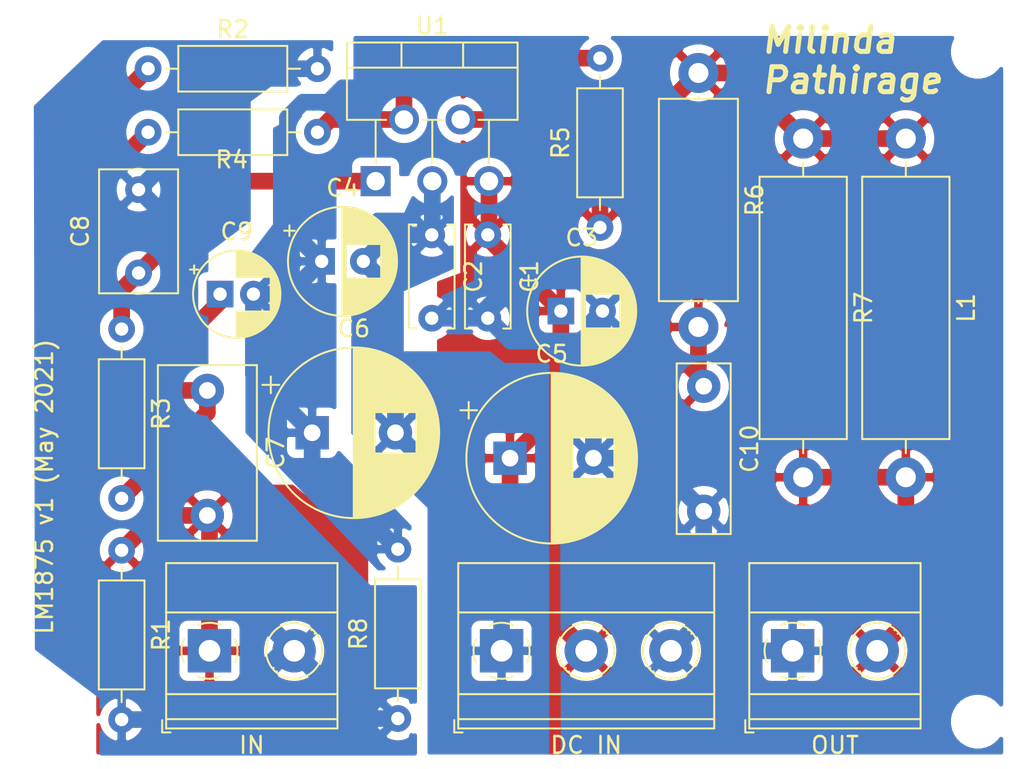
<source format=kicad_pcb>
(kicad_pcb (version 20171130) (host pcbnew "(5.1.9-0-10_14)")
  (layers (0 F.Cu signal hide) (31 B.Cu signal hide) (34 B.Paste user) (35 F.Paste user) (36 B.SilkS user) (37 F.SilkS user) (38 B.Mask user) (39 F.Mask user) (44 Edge.Cuts user))
  (net 0 "")
  (net 1 GNDREF)
  (net 2 VCC)
  (net 3 VEE)
  (net 4 "Net-(C7-Pad1)")
  (net 5 /IN+)
  (net 6 "Net-(C8-Pad1)")
  (net 7 /IN0v)
  (net 8 "Net-(C9-Pad1)")
  (net 9 "Net-(C10-Pad1)")
  (net 10 /OUT+)
  (net 11 "Net-(L1-Pad1)")
  (net 12 "Net-(R4-Pad1)")
  (module MountingHole:MountingHole_2.2mm_M2 (layer F.Cu) (at 91.44 95.1865)
    (fp_text reference H4)
    (fp_text value MH)
    (pad 1 np_thru_hole circle (at 0 0) (size 2.2 2.2) (drill 2.2) (layers *.Cu *.Mask))
  )
  (module MountingHole:MountingHole_2.2mm_M2 (layer F.Cu) (at 91.44 54.991)
    (fp_text reference H3)
    (fp_text value MH)
    (pad 1 np_thru_hole circle (at 0 0) (size 2.2 2.2) (drill 2.2) (layers *.Cu *.Mask))
  )
  (module MountingHole:MountingHole_2.2mm_M2 (layer F.Cu) (at 147.32 95.1865)
    (fp_text reference H2)
    (fp_text value MH)
    (pad 1 np_thru_hole circle (at 0 0) (size 2.2 2.2) (drill 2.2) (layers *.Cu *.Mask))
  )
  (module MountingHole:MountingHole_2.2mm_M2 (layer F.Cu) (at 147.32 54.991)
    (fp_text reference H1)
    (fp_text value MH)
    (pad 1 np_thru_hole circle (at 0 0) (size 2.2 2.2) (drill 2.2) (layers *.Cu *.Mask))
  )
  (module Capacitor_THT:CP_Radial_D5.0mm_P2.00mm (layer F.Cu) (at 101.854 69.5325)
    (fp_text reference C9 (at 1 -3.75) (layer F.SilkS))
    (fp_text value 22uf)
    (pad 2 thru_hole circle (at 2 0) (size 1.6 1.6) (drill 0.8) (layers *.Cu *.Mask) (net 1 GNDREF))
    (pad 1 thru_hole rect (at 0 0) (size 1.6 1.6) (drill 0.8) (layers *.Cu *.Mask) (net 8 "Net-(C9-Pad1)"))
  )
  (module Capacitor_THT:CP_Radial_D10.0mm_P5.00mm (layer F.Cu) (at 107.3785 77.851)
    (fp_text reference C6 (at 2.5 -6.25) (layer F.SilkS))
    (fp_text value 470uf)
    (pad 2 thru_hole circle (at 5 0) (size 2 2) (drill 1) (layers *.Cu *.Mask) (net 3 VEE))
    (pad 1 thru_hole rect (at 0 0) (size 2 2) (drill 1) (layers *.Cu *.Mask) (net 1 GNDREF))
  )
  (module Capacitor_THT:CP_Radial_D10.0mm_P5.00mm (layer F.Cu) (at 119.253 79.375)
    (fp_text reference C5 (at 2.5 -6.25) (layer F.SilkS))
    (fp_text value 470uf)
    (pad 2 thru_hole circle (at 5 0) (size 2 2) (drill 1) (layers *.Cu *.Mask) (net 1 GNDREF))
    (pad 1 thru_hole rect (at 0 0) (size 2 2) (drill 1) (layers *.Cu *.Mask) (net 2 VCC))
  )
  (module Resistor_THT:R_Axial_DIN0207_L6.3mm_D2.5mm_P10.16mm_Horizontal (layer F.Cu) (at 95.9485 84.8995 270)
    (fp_text reference R1 (at 5.08 -2.37 90) (layer F.SilkS))
    (fp_text value 1m)
    (pad 2 thru_hole oval (at 10.16 0 270) (size 1.6 1.6) (drill 0.8) (layers *.Cu *.Mask) (net 7 /IN0v))
    (pad 1 thru_hole circle (at 0 0 270) (size 1.6 1.6) (drill 0.8) (layers *.Cu *.Mask) (net 5 /IN+))
  )
  (module Package_TO_SOT_THT:TO-220-5_P3.4x3.7mm_StaggerOdd_Lead3.8mm_Vertical (layer F.Cu) (at 111.1885 62.753)
    (fp_text reference U1 (at 3.4 -9.32) (layer F.SilkS))
    (fp_text value LM1875)
    (pad 5 thru_hole oval (at 6.8 0) (size 1.8 1.8) (drill 1.1) (layers *.Cu *.Mask) (net 2 VCC))
    (pad 4 thru_hole oval (at 5.1 -3.7) (size 1.8 1.8) (drill 1.1) (layers *.Cu *.Mask) (net 11 "Net-(L1-Pad1)"))
    (pad 3 thru_hole oval (at 3.4 0) (size 1.8 1.8) (drill 1.1) (layers *.Cu *.Mask) (net 3 VEE))
    (pad 2 thru_hole oval (at 1.7 -3.7) (size 1.8 1.8) (drill 1.1) (layers *.Cu *.Mask) (net 12 "Net-(R4-Pad1)"))
    (pad 1 thru_hole rect (at 0 0) (size 1.8 1.8) (drill 1.1) (layers *.Cu *.Mask) (net 6 "Net-(C8-Pad1)"))
  )
  (module Capacitor_THT:C_Disc_D6.0mm_W2.5mm_P5.00mm (layer F.Cu) (at 114.554 65.9765 270)
    (fp_text reference C2 (at 2.5 -2.5 90) (layer F.SilkS))
    (fp_text value 1uf)
    (pad 2 thru_hole circle (at 5 0 270) (size 1.6 1.6) (drill 0.8) (layers *.Cu *.Mask) (net 1 GNDREF))
    (pad 1 thru_hole circle (at 0 0 270) (size 1.6 1.6) (drill 0.8) (layers *.Cu *.Mask) (net 3 VEE))
  )
  (module Capacitor_THT:C_Disc_D6.0mm_W2.5mm_P5.00mm (layer F.Cu) (at 117.9195 65.9765 270)
    (fp_text reference C1 (at 2.5 -2.5 90) (layer F.SilkS))
    (fp_text value 1uf)
    (pad 2 thru_hole circle (at 5 0 270) (size 1.6 1.6) (drill 0.8) (layers *.Cu *.Mask) (net 1 GNDREF))
    (pad 1 thru_hole circle (at 0 0 270) (size 1.6 1.6) (drill 0.8) (layers *.Cu *.Mask) (net 2 VCC))
  )
  (module Capacitor_THT:CP_Radial_D6.3mm_P2.50mm (layer F.Cu) (at 122.301 70.5485)
    (fp_text reference C3 (at 1.25 -4.4) (layer F.SilkS))
    (fp_text value 22uf)
    (pad 1 thru_hole rect (at 0 0) (size 1.6 1.6) (drill 0.8) (layers *.Cu *.Mask) (net 2 VCC))
    (pad 2 thru_hole circle (at 2.5 0) (size 1.6 1.6) (drill 0.8) (layers *.Cu *.Mask) (net 1 GNDREF))
  )
  (module Capacitor_THT:CP_Radial_D6.3mm_P2.50mm (layer F.Cu) (at 107.95 67.564)
    (fp_text reference C4 (at 1.25 -4.4) (layer F.SilkS))
    (fp_text value 22uf)
    (pad 2 thru_hole circle (at 2.5 0) (size 1.6 1.6) (drill 0.8) (layers *.Cu *.Mask) (net 3 VEE))
    (pad 1 thru_hole rect (at 0 0) (size 1.6 1.6) (drill 0.8) (layers *.Cu *.Mask) (net 1 GNDREF))
  )
  (module TerminalBlock_Phoenix:TerminalBlock_Phoenix_MKDS-1,5-3-5.08_1x03_P5.08mm_Horizontal (layer F.Cu) (at 118.745 90.932)
    (fp_text reference J1)
    (fp_text value "DC IN" (at 5.08 5.66) (layer F.SilkS))
    (pad 1 thru_hole rect (at 0 0) (size 2.6 2.6) (drill 1.3) (layers *.Cu *.Mask) (net 3 VEE))
    (pad 2 thru_hole circle (at 5.08 0) (size 2.6 2.6) (drill 1.3) (layers *.Cu *.Mask) (net 2 VCC))
    (pad 3 thru_hole circle (at 10.16 0) (size 2.6 2.6) (drill 1.3) (layers *.Cu *.Mask) (net 1 GNDREF))
  )
  (module Capacitor_THT:C_Rect_L10.3mm_W5.7mm_P7.50mm_MKS4 (layer F.Cu) (at 101.092 75.311 270)
    (fp_text reference C7 (at 3.75 -4.1 90) (layer F.SilkS))
    (fp_text value 2.2uf)
    (pad 1 thru_hole circle (at 0 0 270) (size 2 2) (drill 1) (layers *.Cu *.Mask) (net 4 "Net-(C7-Pad1)"))
    (pad 2 thru_hole circle (at 7.5 0 270) (size 2 2) (drill 1) (layers *.Cu *.Mask) (net 5 /IN+))
  )
  (module Capacitor_THT:C_Rect_L7.2mm_W4.5mm_P5.00mm_FKS2_FKP2_MKS2_MKP2 (layer F.Cu) (at 96.9645 68.2625 90)
    (fp_text reference C8 (at 2.5 -3.5 90) (layer F.SilkS))
    (fp_text value 330p)
    (pad 1 thru_hole circle (at 0 0 90) (size 1.6 1.6) (drill 0.8) (layers *.Cu *.Mask) (net 6 "Net-(C8-Pad1)"))
    (pad 2 thru_hole circle (at 5 0 90) (size 1.6 1.6) (drill 0.8) (layers *.Cu *.Mask) (net 7 /IN0v))
  )
  (module Capacitor_THT:C_Rect_L10.0mm_W3.0mm_P7.50mm_MKS4 (layer F.Cu) (at 130.8735 75.057 270)
    (fp_text reference C10 (at 3.75 -2.75 90) (layer F.SilkS))
    (fp_text value 0.22uf)
    (pad 1 thru_hole circle (at 0 0 270) (size 2 2) (drill 1) (layers *.Cu *.Mask) (net 9 "Net-(C10-Pad1)"))
    (pad 2 thru_hole circle (at 7.5 0 270) (size 2 2) (drill 1) (layers *.Cu *.Mask) (net 1 GNDREF))
  )
  (module TerminalBlock_Phoenix:TerminalBlock_Phoenix_MKDS-1,5-2-5.08_1x02_P5.08mm_Horizontal (layer F.Cu) (at 101.219 90.932)
    (fp_text reference J2)
    (fp_text value IN (at 2.54 5.66) (layer F.SilkS))
    (pad 1 thru_hole rect (at 0 0) (size 2.6 2.6) (drill 1.3) (layers *.Cu *.Mask) (net 5 /IN+))
    (pad 2 thru_hole circle (at 5.08 0) (size 2.6 2.6) (drill 1.3) (layers *.Cu *.Mask) (net 7 /IN0v))
  )
  (module TerminalBlock_Phoenix:TerminalBlock_Phoenix_MKDS-1,5-2-5.08_1x02_P5.08mm_Horizontal (layer F.Cu) (at 136.2075 90.932)
    (fp_text reference J3)
    (fp_text value OUT (at 2.54 5.66) (layer F.SilkS))
    (pad 2 thru_hole circle (at 5.08 0) (size 2.6 2.6) (drill 1.3) (layers *.Cu *.Mask) (net 10 /OUT+))
    (pad 1 thru_hole rect (at 0 0) (size 2.6 2.6) (drill 1.3) (layers *.Cu *.Mask) (net 1 GNDREF))
  )
  (module Resistor_THT:R_Axial_DIN0516_L15.5mm_D5.0mm_P20.32mm_Horizontal (layer F.Cu) (at 143.002 60.198 270)
    (fp_text reference L1 (at 10.16 -3.62 90) (layer F.SilkS))
    (fp_text value 0.7uH)
    (pad 1 thru_hole circle (at 0 0 270) (size 2.4 2.4) (drill 1.2) (layers *.Cu *.Mask) (net 11 "Net-(L1-Pad1)"))
    (pad 2 thru_hole oval (at 20.32 0 270) (size 2.4 2.4) (drill 1.2) (layers *.Cu *.Mask) (net 10 /OUT+))
  )
  (module Resistor_THT:R_Axial_DIN0207_L6.3mm_D2.5mm_P10.16mm_Horizontal (layer F.Cu) (at 97.536 56.007)
    (fp_text reference R2 (at 5.08 -2.37) (layer F.SilkS))
    (fp_text value 22k)
    (pad 1 thru_hole circle (at 0 0) (size 1.6 1.6) (drill 0.8) (layers *.Cu *.Mask) (net 4 "Net-(C7-Pad1)"))
    (pad 2 thru_hole oval (at 10.16 0) (size 1.6 1.6) (drill 0.8) (layers *.Cu *.Mask) (net 7 /IN0v))
  )
  (module Resistor_THT:R_Axial_DIN0207_L6.3mm_D2.5mm_P10.16mm_Horizontal (layer F.Cu) (at 95.9485 71.628 270)
    (fp_text reference R3 (at 5.08 -2.37 90) (layer F.SilkS))
    (fp_text value 1k)
    (pad 2 thru_hole oval (at 10.16 0 270) (size 1.6 1.6) (drill 0.8) (layers *.Cu *.Mask) (net 4 "Net-(C7-Pad1)"))
    (pad 1 thru_hole circle (at 0 0 270) (size 1.6 1.6) (drill 0.8) (layers *.Cu *.Mask) (net 6 "Net-(C8-Pad1)"))
  )
  (module Resistor_THT:R_Axial_DIN0207_L6.3mm_D2.5mm_P10.16mm_Horizontal (layer F.Cu) (at 107.696 59.817 180)
    (fp_text reference R4 (at 5.1435 -1.651) (layer F.SilkS))
    (fp_text value 1k)
    (pad 2 thru_hole oval (at 10.16 0 180) (size 1.6 1.6) (drill 0.8) (layers *.Cu *.Mask) (net 8 "Net-(C9-Pad1)"))
    (pad 1 thru_hole circle (at 0 0 180) (size 1.6 1.6) (drill 0.8) (layers *.Cu *.Mask) (net 12 "Net-(R4-Pad1)"))
  )
  (module Resistor_THT:R_Axial_DIN0207_L6.3mm_D2.5mm_P10.16mm_Horizontal (layer F.Cu) (at 124.6505 65.532 90)
    (fp_text reference R5 (at 5.08 -2.37 90) (layer F.SilkS))
    (fp_text value 22k)
    (pad 1 thru_hole circle (at 0 0 90) (size 1.6 1.6) (drill 0.8) (layers *.Cu *.Mask) (net 11 "Net-(L1-Pad1)"))
    (pad 2 thru_hole oval (at 10.16 0 90) (size 1.6 1.6) (drill 0.8) (layers *.Cu *.Mask) (net 12 "Net-(R4-Pad1)"))
  )
  (module Resistor_THT:R_Axial_DIN0414_L11.9mm_D4.5mm_P15.24mm_Horizontal (layer F.Cu) (at 130.556 56.261 270)
    (fp_text reference R6 (at 7.62 -3.37 90) (layer F.SilkS))
    (fp_text value 1R/1W)
    (pad 1 thru_hole circle (at 0 0 270) (size 2.4 2.4) (drill 1.2) (layers *.Cu *.Mask) (net 11 "Net-(L1-Pad1)"))
    (pad 2 thru_hole oval (at 15.24 0 270) (size 2.4 2.4) (drill 1.2) (layers *.Cu *.Mask) (net 9 "Net-(C10-Pad1)"))
  )
  (module Resistor_THT:R_Axial_DIN0516_L15.5mm_D5.0mm_P20.32mm_Horizontal (layer F.Cu) (at 136.8425 60.198 270)
    (fp_text reference R7 (at 10.16 -3.62 90) (layer F.SilkS))
    (fp_text value 10R/2W)
    (pad 2 thru_hole oval (at 20.32 0 270) (size 2.4 2.4) (drill 1.2) (layers *.Cu *.Mask) (net 10 /OUT+))
    (pad 1 thru_hole circle (at 0 0 270) (size 2.4 2.4) (drill 1.2) (layers *.Cu *.Mask) (net 11 "Net-(L1-Pad1)"))
  )
  (module Resistor_THT:R_Axial_DIN0207_L6.3mm_D2.5mm_P10.16mm_Horizontal (layer F.Cu) (at 112.522 94.996 90)
    (fp_text reference R8 (at 5.08 -2.37 90) (layer F.SilkS))
    (fp_text value "0R or 10R")
    (pad 1 thru_hole circle (at 0 0 90) (size 1.6 1.6) (drill 0.8) (layers *.Cu *.Mask) (net 7 /IN0v))
    (pad 2 thru_hole oval (at 10.16 0 90) (size 1.6 1.6) (drill 0.8) (layers *.Cu *.Mask) (net 1 GNDREF))
  )
  (gr_text "Milinda\nPathirage" (at 134.239 55.499) (layer F.SilkS) (effects (font (size 1.5 1.5) (thickness 0.3) italic) (justify left)))
  (gr_text "LM1875 v1 (May 2021)" (at 91.313 90.043 90) (layer F.SilkS) (effects (font (size 1 1)) (justify left)))
  (segment (start 105.9815 69.5325) (end 107.95 67.564) (width 1) (layer B.Cu) (net 1))
  (segment (start 103.854 69.5325) (end 105.9815 69.5325) (width 1) (layer B.Cu) (net 1))
  (segment (start 107.95 67.564) (end 108.1405 67.564) (width 1) (layer B.Cu) (net 1))
  (segment (start 114.554 70.9765) (end 117.9195 70.9765) (width 1) (layer B.Cu) (net 1))
  (segment (start 124.801 71.448502) (end 124.801 70.5485) (width 1) (layer B.Cu) (net 1))
  (segment (start 123.901001 72.348501) (end 124.801 71.448502) (width 1) (layer B.Cu) (net 1))
  (segment (start 119.291501 72.348501) (end 123.901001 72.348501) (width 1) (layer B.Cu) (net 1))
  (segment (start 117.9195 70.9765) (end 119.291501 72.348501) (width 1) (layer B.Cu) (net 1))
  (segment (start 124.253 71.0965) (end 124.801 70.5485) (width 1) (layer B.Cu) (net 1))
  (segment (start 124.253 79.375) (end 124.253 71.0965) (width 1) (layer B.Cu) (net 1))
  (segment (start 130.8735 88.9635) (end 128.905 90.932) (width 1) (layer B.Cu) (net 1))
  (segment (start 130.8735 82.557) (end 130.8735 88.9635) (width 1) (layer B.Cu) (net 1))
  (segment (start 132.842 90.932) (end 130.8735 88.9635) (width 1) (layer B.Cu) (net 1))
  (segment (start 136.2075 90.932) (end 132.842 90.932) (width 1) (layer B.Cu) (net 1))
  (segment (start 127.6915 79.375) (end 130.8735 82.557) (width 1) (layer B.Cu) (net 1))
  (segment (start 124.253 79.375) (end 127.6915 79.375) (width 1) (layer B.Cu) (net 1))
  (segment (start 105.895999 58.952999) (end 105.895999 65.509999) (width 1) (layer B.Cu) (net 1))
  (segment (start 108.350003 58.016999) (end 106.831999 58.016999) (width 1) (layer B.Cu) (net 1))
  (segment (start 105.895999 65.509999) (end 107.95 67.564) (width 1) (layer B.Cu) (net 1))
  (segment (start 109.214003 57.152999) (end 108.350003 58.016999) (width 1) (layer B.Cu) (net 1))
  (segment (start 117.200501 57.152999) (end 109.214003 57.152999) (width 1) (layer B.Cu) (net 1))
  (segment (start 106.831999 58.016999) (end 105.895999 58.952999) (width 1) (layer B.Cu) (net 1))
  (segment (start 120.7135 67.5005) (end 120.7135 60.665998) (width 1) (layer B.Cu) (net 1))
  (segment (start 117.2375 70.9765) (end 120.7135 67.5005) (width 1) (layer B.Cu) (net 1))
  (segment (start 120.7135 60.665998) (end 117.200501 57.152999) (width 1) (layer B.Cu) (net 1))
  (segment (start 114.554 70.9765) (end 117.2375 70.9765) (width 1) (layer B.Cu) (net 1))
  (segment (start 103.854 74.3265) (end 107.3785 77.851) (width 1) (layer B.Cu) (net 1))
  (segment (start 103.854 69.5325) (end 103.854 74.3265) (width 1) (layer B.Cu) (net 1))
  (segment (start 107.3785 79.6925) (end 112.522 84.836) (width 1) (layer B.Cu) (net 1))
  (segment (start 107.3785 77.851) (end 107.3785 79.6925) (width 1) (layer B.Cu) (net 1))
  (segment (start 117.9885 65.9075) (end 117.9195 65.9765) (width 1) (layer F.Cu) (net 2))
  (segment (start 117.9885 62.753) (end 117.9885 65.9075) (width 1) (layer F.Cu) (net 2))
  (segment (start 117.9195 66.167) (end 122.301 70.5485) (width 1) (layer F.Cu) (net 2))
  (segment (start 117.9195 65.9765) (end 117.9195 66.167) (width 1) (layer F.Cu) (net 2))
  (segment (start 122.301 76.327) (end 119.253 79.375) (width 1) (layer F.Cu) (net 2))
  (segment (start 122.301 70.5485) (end 122.301 76.327) (width 1) (layer F.Cu) (net 2))
  (segment (start 119.253 86.36) (end 123.825 90.932) (width 1) (layer F.Cu) (net 2))
  (segment (start 119.253 79.375) (end 119.253 86.36) (width 1) (layer F.Cu) (net 2))
  (segment (start 114.5885 65.942) (end 114.554 65.9765) (width 1) (layer F.Cu) (net 3))
  (segment (start 118.745 84.2175) (end 112.3785 77.851) (width 1) (layer B.Cu) (net 3))
  (segment (start 118.745 90.932) (end 118.745 84.2175) (width 1) (layer B.Cu) (net 3))
  (segment (start 112.3785 69.4925) (end 110.45 67.564) (width 1) (layer B.Cu) (net 3))
  (segment (start 112.3785 77.851) (end 112.3785 69.4925) (width 1) (layer B.Cu) (net 3))
  (segment (start 112.0375 65.9765) (end 110.45 67.564) (width 1) (layer B.Cu) (net 3))
  (segment (start 114.554 65.9765) (end 112.0375 65.9765) (width 1) (layer B.Cu) (net 3))
  (segment (start 114.5885 65.942) (end 114.554 65.9765) (width 1) (layer B.Cu) (net 3))
  (segment (start 114.5885 62.753) (end 114.5885 65.942) (width 1) (layer B.Cu) (net 3))
  (segment (start 101.092 76.6445) (end 95.9485 81.788) (width 1) (layer F.Cu) (net 4))
  (segment (start 101.092 75.311) (end 101.092 76.6445) (width 1) (layer F.Cu) (net 4))
  (segment (start 101.092 75.311) (end 93.091 75.311) (width 1) (layer F.Cu) (net 4))
  (segment (start 93.091 75.311) (end 91.5035 73.7235) (width 1) (layer F.Cu) (net 4))
  (segment (start 91.5035 62.0395) (end 97.536 56.007) (width 1) (layer F.Cu) (net 4))
  (segment (start 91.5035 73.7235) (end 91.5035 62.0395) (width 1) (layer F.Cu) (net 4))
  (segment (start 101.219 82.938) (end 101.092 82.811) (width 1) (layer F.Cu) (net 5))
  (segment (start 101.219 90.932) (end 101.219 82.938) (width 1) (layer F.Cu) (net 5))
  (segment (start 98.037 82.811) (end 95.9485 84.8995) (width 1) (layer F.Cu) (net 5))
  (segment (start 101.092 82.811) (end 98.037 82.811) (width 1) (layer F.Cu) (net 5))
  (segment (start 95.9485 69.2785) (end 96.9645 68.2625) (width 1) (layer F.Cu) (net 6))
  (segment (start 95.9485 71.628) (end 95.9485 69.2785) (width 1) (layer F.Cu) (net 6))
  (segment (start 102.474 62.753) (end 111.1885 62.753) (width 1) (layer F.Cu) (net 6))
  (segment (start 96.9645 68.2625) (end 102.474 62.753) (width 1) (layer F.Cu) (net 6))
  (segment (start 104.22 56.007) (end 96.9645 63.2625) (width 1) (layer B.Cu) (net 7))
  (segment (start 107.696 56.007) (end 104.22 56.007) (width 1) (layer B.Cu) (net 7))
  (segment (start 98.764501 83.397501) (end 106.299 90.932) (width 1) (layer B.Cu) (net 7))
  (segment (start 98.764501 65.062501) (end 98.764501 83.397501) (width 1) (layer B.Cu) (net 7))
  (segment (start 96.9645 63.2625) (end 98.764501 65.062501) (width 1) (layer B.Cu) (net 7))
  (segment (start 105.619002 90.932) (end 106.299 90.932) (width 1) (layer B.Cu) (net 7))
  (segment (start 101.491502 95.0595) (end 105.619002 90.932) (width 1) (layer B.Cu) (net 7))
  (segment (start 95.9485 95.0595) (end 101.491502 95.0595) (width 1) (layer B.Cu) (net 7))
  (segment (start 110.363 94.996) (end 106.299 90.932) (width 1) (layer B.Cu) (net 7))
  (segment (start 112.522 94.996) (end 110.363 94.996) (width 1) (layer B.Cu) (net 7))
  (segment (start 101.854 69.5325) (end 101.854 69.977) (width 1) (layer F.Cu) (net 8))
  (segment (start 95.084499 73.428001) (end 94.148499 72.492001) (width 1) (layer F.Cu) (net 8))
  (segment (start 98.402999 73.428001) (end 95.084499 73.428001) (width 1) (layer F.Cu) (net 8))
  (segment (start 94.148499 63.204501) (end 97.536 59.817) (width 1) (layer F.Cu) (net 8))
  (segment (start 94.148499 72.492001) (end 94.148499 63.204501) (width 1) (layer F.Cu) (net 8))
  (segment (start 101.854 69.977) (end 98.402999 73.428001) (width 1) (layer F.Cu) (net 8))
  (segment (start 130.556 74.7395) (end 130.8735 75.057) (width 1) (layer B.Cu) (net 9))
  (segment (start 130.556 74.7395) (end 130.8735 75.057) (width 1) (layer F.Cu) (net 9))
  (segment (start 130.556 71.501) (end 130.556 74.7395) (width 1) (layer F.Cu) (net 9))
  (segment (start 136.8425 80.518) (end 143.002 80.518) (width 1) (layer F.Cu) (net 10))
  (segment (start 143.002 89.2175) (end 141.2875 90.932) (width 1) (layer F.Cu) (net 10))
  (segment (start 143.002 80.518) (end 143.002 89.2175) (width 1) (layer F.Cu) (net 10))
  (segment (start 124.6505 65.532) (end 124.6505 62.1665) (width 1) (layer F.Cu) (net 11))
  (segment (start 132.9055 56.261) (end 136.8425 60.198) (width 1) (layer F.Cu) (net 11))
  (segment (start 130.556 56.261) (end 132.9055 56.261) (width 1) (layer F.Cu) (net 11))
  (segment (start 136.8425 60.198) (end 143.002 60.198) (width 1) (layer F.Cu) (net 11))
  (segment (start 126.26975 60.54725) (end 130.556 56.261) (width 1) (layer F.Cu) (net 11))
  (segment (start 124.7755 59.053) (end 126.26975 60.54725) (width 1) (layer F.Cu) (net 11))
  (segment (start 116.2885 59.053) (end 124.7755 59.053) (width 1) (layer F.Cu) (net 11))
  (segment (start 124.6505 62.1665) (end 126.26975 60.54725) (width 1) (layer F.Cu) (net 11))
  (segment (start 112.8885 59.053) (end 112.8885 56.974) (width 1) (layer F.Cu) (net 12))
  (segment (start 114.4905 55.372) (end 124.6505 55.372) (width 1) (layer F.Cu) (net 12))
  (segment (start 112.8885 56.974) (end 114.4905 55.372) (width 1) (layer F.Cu) (net 12))
  (segment (start 108.46 59.053) (end 107.696 59.817) (width 1) (layer F.Cu) (net 12))
  (segment (start 112.8885 59.053) (end 108.46 59.053) (width 1) (layer F.Cu) (net 12))
  (zone (net 10) (net_name /OUT+) (layer F.Cu) (connect_pads (clearance 0.508)) (min_thickness 0.254) (fill yes (arc_segments 32) (thermal_gap 0.508) (thermal_bridge_width 0.508))
    (polygon (pts (xy 148.7805 90.551) (xy 146.304 90.551) (xy 144.526 91.8845) (xy 144.526 97.155) (xy 132.461 97.155) (xy 132.461 72.263) (xy 148.7805 72.263)))
  )
  (zone (net 9) (net_name "Net-(C10-Pad1)") (layer F.Cu) (connect_pads (clearance 0.508)) (min_thickness 0.254) (fill yes (arc_segments 32) (thermal_gap 0.508) (thermal_bridge_width 0.508))
    (polygon (pts (xy 133.6675 71.501) (xy 131.3815 71.501) (xy 131.318 80.4545) (xy 130.429 80.4545) (xy 127.762 77.6605) (xy 127.0635 77.6605) (xy 127.0635 66.548) (xy 133.6675 66.548)))
  )
  (zone (net 11) (net_name "Net-(L1-Pad1)") (layer F.Cu) (connect_pads (clearance 0.508)) (min_thickness 0.254) (fill yes (arc_segments 32) (thermal_gap 0.508) (thermal_bridge_width 0.508))
    (polygon (pts (xy 143.9545 56.261) (xy 148.7805 59.055) (xy 148.7805 71.755) (xy 134.0485 71.755) (xy 134.0485 66.04) (xy 121.412 66.04) (xy 121.412 61.976) (xy 120.2055 60.7695) (xy 116.205 60.7695) (xy 116.205 56.9595) (xy 127.3175 56.9595) (xy 128.4605 55.88) (xy 128.4605 54.356) (xy 143.9545 54.356)))
  )
  (zone (net 2) (net_name VCC) (layer F.Cu) (connect_pads (clearance 0.508)) (min_thickness 0.254) (fill yes (arc_segments 32) (thermal_gap 0.508) (thermal_bridge_width 0.508))
    (polygon (pts (xy 120.777 62.2935) (xy 120.777 66.6115) (xy 126.4285 66.6115) (xy 126.4285 78.359) (xy 131.445 82.804) (xy 131.5085 97.155) (xy 114.8715 97.155) (xy 114.8715 68.7705) (xy 116.2685 68.2625) (xy 116.2685 61.468) (xy 119.888 61.468)))
  )
  (zone (net 5) (net_name /IN+) (layer F.Cu) (connect_pads (clearance 0.508)) (min_thickness 0.254) (fill yes (arc_segments 32) (thermal_gap 0.508) (thermal_bridge_width 0.508))
    (polygon (pts (xy 110.744 84.7725) (xy 110.744 87.0585) (xy 113.665 87.0585) (xy 113.665 97.155) (xy 94.4245 97.155) (xy 94.4245 83.82) (xy 96.3295 83.82) (xy 99.314 80.9625) (xy 106.2355 80.9625)))
  )
  (zone (net 3) (net_name VEE) (layer B.Cu) (connect_pads (clearance 0.508)) (min_thickness 0.254) (fill yes (arc_segments 32) (thermal_gap 0.508) (thermal_bridge_width 0.508))
    (polygon (pts (xy 115.8875 62.9285) (xy 115.8875 68.0085) (xy 112.776 69.4055) (xy 112.776 72.9615) (xy 118.0465 72.9615) (xy 118.9355 73.66) (xy 121.6025 73.66) (xy 121.6025 97.155) (xy 114.3 97.155) (xy 114.3 82.3595) (xy 109.728 77.9145) (xy 109.728 65.532) (xy 111.1885 64.643) (xy 112.903 64.643) (xy 113.7285 62.865)))
  )
  (zone (net 7) (net_name /IN0v) (layer B.Cu) (connect_pads (clearance 0.508)) (min_thickness 0.254) (fill yes (arc_segments 32) (thermal_gap 0.508) (thermal_bridge_width 0.508))
    (polygon (pts (xy 108.6485 57.0865) (xy 104.902 57.0865) (xy 103.6955 57.9755) (xy 103.6955 65.151) (xy 101.1555 67.056) (xy 101.1555 76.962) (xy 110.871 86.995) (xy 113.665 86.995) (xy 113.665 97.2185) (xy 94.615 97.2185) (xy 94.615 93.7895) (xy 90.7415 90.8685) (xy 90.678 58.2295) (xy 94.8055 54.2925) (xy 108.6485 54.2925)))
  )
  (zone (net 1) (net_name GNDREF) (layer B.Cu) (connect_pads (clearance 0.508)) (min_thickness 0.254) (fill yes (arc_segments 32) (thermal_gap 0.508) (thermal_bridge_width 0.508))
    (polygon (pts (xy 148.844 97.155) (xy 122.301 97.155) (xy 122.2375 73.7235) (xy 120.4595 71.9455) (xy 114.554 71.9455) (xy 114.554 69.9135) (xy 117.094 68.707) (xy 117.094 62.4205) (xy 108.839 62.484) (xy 108.839 78.74) (xy 113.3475 83.439) (xy 113.3475 86.106) (xy 111.3155 86.106) (xy 103.378 77.851) (xy 103.378 67.5005) (xy 105.029 65.3415) (xy 105.029 59.563) (xy 109.855 56.9595) (xy 109.855 54.0385) (xy 148.844 54.0385)))
  )
)
</source>
